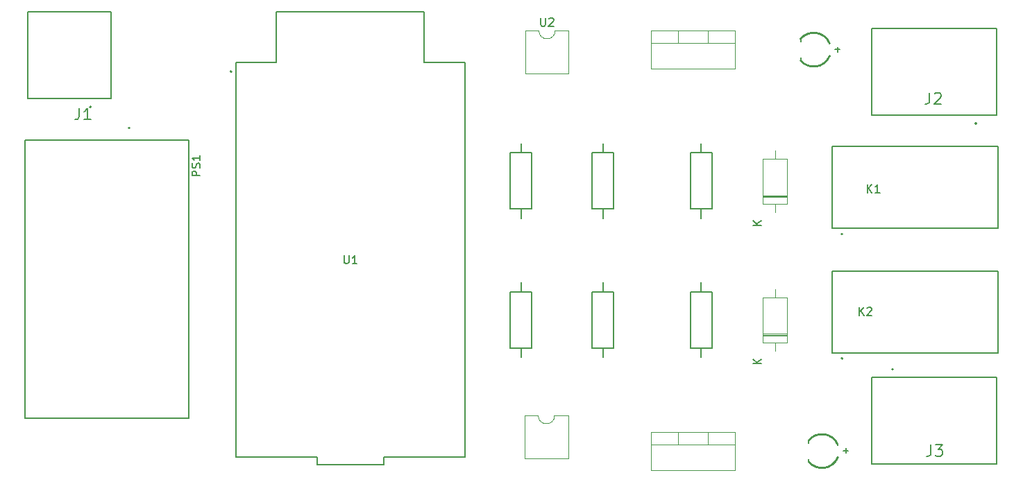
<source format=gbr>
%TF.GenerationSoftware,KiCad,Pcbnew,8.0.6-8.0.6-0~ubuntu22.04.1*%
%TF.CreationDate,2024-11-07T10:55:43+07:00*%
%TF.ProjectId,projectGATE,70726f6a-6563-4744-9741-54452e6b6963,rev?*%
%TF.SameCoordinates,Original*%
%TF.FileFunction,Legend,Top*%
%TF.FilePolarity,Positive*%
%FSLAX46Y46*%
G04 Gerber Fmt 4.6, Leading zero omitted, Abs format (unit mm)*
G04 Created by KiCad (PCBNEW 8.0.6-8.0.6-0~ubuntu22.04.1) date 2024-11-07 10:55:43*
%MOMM*%
%LPD*%
G01*
G04 APERTURE LIST*
%ADD10C,0.150000*%
%ADD11C,0.120000*%
%ADD12C,0.127000*%
%ADD13C,0.200000*%
%ADD14C,0.220000*%
G04 APERTURE END LIST*
D10*
X180862319Y-124341904D02*
X179862319Y-124341904D01*
X180862319Y-123770476D02*
X180290890Y-124199047D01*
X179862319Y-123770476D02*
X180433747Y-124341904D01*
X97628333Y-93128866D02*
X97628333Y-94128866D01*
X97628333Y-94128866D02*
X97561666Y-94328866D01*
X97561666Y-94328866D02*
X97428333Y-94462200D01*
X97428333Y-94462200D02*
X97228333Y-94528866D01*
X97228333Y-94528866D02*
X97095000Y-94528866D01*
X99028333Y-94528866D02*
X98228333Y-94528866D01*
X98628333Y-94528866D02*
X98628333Y-93128866D01*
X98628333Y-93128866D02*
X98495000Y-93328866D01*
X98495000Y-93328866D02*
X98361667Y-93462200D01*
X98361667Y-93462200D02*
X98228333Y-93528866D01*
X193769405Y-103454819D02*
X193769405Y-102454819D01*
X194340833Y-103454819D02*
X193912262Y-102883390D01*
X194340833Y-102454819D02*
X193769405Y-103026247D01*
X195293214Y-103454819D02*
X194721786Y-103454819D01*
X195007500Y-103454819D02*
X195007500Y-102454819D01*
X195007500Y-102454819D02*
X194912262Y-102597676D01*
X194912262Y-102597676D02*
X194817024Y-102692914D01*
X194817024Y-102692914D02*
X194721786Y-102740533D01*
X189832738Y-85957533D02*
X190442262Y-85957533D01*
X190137500Y-86262295D02*
X190137500Y-85652771D01*
X153935595Y-82124819D02*
X153935595Y-82934342D01*
X153935595Y-82934342D02*
X153983214Y-83029580D01*
X153983214Y-83029580D02*
X154030833Y-83077200D01*
X154030833Y-83077200D02*
X154126071Y-83124819D01*
X154126071Y-83124819D02*
X154316547Y-83124819D01*
X154316547Y-83124819D02*
X154411785Y-83077200D01*
X154411785Y-83077200D02*
X154459404Y-83029580D01*
X154459404Y-83029580D02*
X154507023Y-82934342D01*
X154507023Y-82934342D02*
X154507023Y-82124819D01*
X154935595Y-82220057D02*
X154983214Y-82172438D01*
X154983214Y-82172438D02*
X155078452Y-82124819D01*
X155078452Y-82124819D02*
X155316547Y-82124819D01*
X155316547Y-82124819D02*
X155411785Y-82172438D01*
X155411785Y-82172438D02*
X155459404Y-82220057D01*
X155459404Y-82220057D02*
X155507023Y-82315295D01*
X155507023Y-82315295D02*
X155507023Y-82410533D01*
X155507023Y-82410533D02*
X155459404Y-82553390D01*
X155459404Y-82553390D02*
X154887976Y-83124819D01*
X154887976Y-83124819D02*
X155507023Y-83124819D01*
X129938095Y-111104819D02*
X129938095Y-111914342D01*
X129938095Y-111914342D02*
X129985714Y-112009580D01*
X129985714Y-112009580D02*
X130033333Y-112057200D01*
X130033333Y-112057200D02*
X130128571Y-112104819D01*
X130128571Y-112104819D02*
X130319047Y-112104819D01*
X130319047Y-112104819D02*
X130414285Y-112057200D01*
X130414285Y-112057200D02*
X130461904Y-112009580D01*
X130461904Y-112009580D02*
X130509523Y-111914342D01*
X130509523Y-111914342D02*
X130509523Y-111104819D01*
X131509523Y-112104819D02*
X130938095Y-112104819D01*
X131223809Y-112104819D02*
X131223809Y-111104819D01*
X131223809Y-111104819D02*
X131128571Y-111247676D01*
X131128571Y-111247676D02*
X131033333Y-111342914D01*
X131033333Y-111342914D02*
X130938095Y-111390533D01*
X180862319Y-107421904D02*
X179862319Y-107421904D01*
X180862319Y-106850476D02*
X180290890Y-107279047D01*
X179862319Y-106850476D02*
X180433747Y-107421904D01*
X190832738Y-134957533D02*
X191442262Y-134957533D01*
X191137500Y-135262295D02*
X191137500Y-134652771D01*
X112389819Y-101389285D02*
X111389819Y-101389285D01*
X111389819Y-101389285D02*
X111389819Y-101008333D01*
X111389819Y-101008333D02*
X111437438Y-100913095D01*
X111437438Y-100913095D02*
X111485057Y-100865476D01*
X111485057Y-100865476D02*
X111580295Y-100817857D01*
X111580295Y-100817857D02*
X111723152Y-100817857D01*
X111723152Y-100817857D02*
X111818390Y-100865476D01*
X111818390Y-100865476D02*
X111866009Y-100913095D01*
X111866009Y-100913095D02*
X111913628Y-101008333D01*
X111913628Y-101008333D02*
X111913628Y-101389285D01*
X112342200Y-100436904D02*
X112389819Y-100294047D01*
X112389819Y-100294047D02*
X112389819Y-100055952D01*
X112389819Y-100055952D02*
X112342200Y-99960714D01*
X112342200Y-99960714D02*
X112294580Y-99913095D01*
X112294580Y-99913095D02*
X112199342Y-99865476D01*
X112199342Y-99865476D02*
X112104104Y-99865476D01*
X112104104Y-99865476D02*
X112008866Y-99913095D01*
X112008866Y-99913095D02*
X111961247Y-99960714D01*
X111961247Y-99960714D02*
X111913628Y-100055952D01*
X111913628Y-100055952D02*
X111866009Y-100246428D01*
X111866009Y-100246428D02*
X111818390Y-100341666D01*
X111818390Y-100341666D02*
X111770771Y-100389285D01*
X111770771Y-100389285D02*
X111675533Y-100436904D01*
X111675533Y-100436904D02*
X111580295Y-100436904D01*
X111580295Y-100436904D02*
X111485057Y-100389285D01*
X111485057Y-100389285D02*
X111437438Y-100341666D01*
X111437438Y-100341666D02*
X111389819Y-100246428D01*
X111389819Y-100246428D02*
X111389819Y-100008333D01*
X111389819Y-100008333D02*
X111437438Y-99865476D01*
X112389819Y-98913095D02*
X112389819Y-99484523D01*
X112389819Y-99198809D02*
X111389819Y-99198809D01*
X111389819Y-99198809D02*
X111532676Y-99294047D01*
X111532676Y-99294047D02*
X111627914Y-99389285D01*
X111627914Y-99389285D02*
X111675533Y-99484523D01*
X201533333Y-134239866D02*
X201533333Y-135239866D01*
X201533333Y-135239866D02*
X201466666Y-135439866D01*
X201466666Y-135439866D02*
X201333333Y-135573200D01*
X201333333Y-135573200D02*
X201133333Y-135639866D01*
X201133333Y-135639866D02*
X201000000Y-135639866D01*
X202066667Y-134239866D02*
X202933333Y-134239866D01*
X202933333Y-134239866D02*
X202466667Y-134773200D01*
X202466667Y-134773200D02*
X202666667Y-134773200D01*
X202666667Y-134773200D02*
X202800000Y-134839866D01*
X202800000Y-134839866D02*
X202866667Y-134906533D01*
X202866667Y-134906533D02*
X202933333Y-135039866D01*
X202933333Y-135039866D02*
X202933333Y-135373200D01*
X202933333Y-135373200D02*
X202866667Y-135506533D01*
X202866667Y-135506533D02*
X202800000Y-135573200D01*
X202800000Y-135573200D02*
X202666667Y-135639866D01*
X202666667Y-135639866D02*
X202266667Y-135639866D01*
X202266667Y-135639866D02*
X202133333Y-135573200D01*
X202133333Y-135573200D02*
X202066667Y-135506533D01*
X192769405Y-118454819D02*
X192769405Y-117454819D01*
X193340833Y-118454819D02*
X192912262Y-117883390D01*
X193340833Y-117454819D02*
X192769405Y-118026247D01*
X193721786Y-117550057D02*
X193769405Y-117502438D01*
X193769405Y-117502438D02*
X193864643Y-117454819D01*
X193864643Y-117454819D02*
X194102738Y-117454819D01*
X194102738Y-117454819D02*
X194197976Y-117502438D01*
X194197976Y-117502438D02*
X194245595Y-117550057D01*
X194245595Y-117550057D02*
X194293214Y-117645295D01*
X194293214Y-117645295D02*
X194293214Y-117740533D01*
X194293214Y-117740533D02*
X194245595Y-117883390D01*
X194245595Y-117883390D02*
X193674167Y-118454819D01*
X193674167Y-118454819D02*
X194293214Y-118454819D01*
X201373333Y-91239866D02*
X201373333Y-92239866D01*
X201373333Y-92239866D02*
X201306666Y-92439866D01*
X201306666Y-92439866D02*
X201173333Y-92573200D01*
X201173333Y-92573200D02*
X200973333Y-92639866D01*
X200973333Y-92639866D02*
X200840000Y-92639866D01*
X201973333Y-91373200D02*
X202040000Y-91306533D01*
X202040000Y-91306533D02*
X202173333Y-91239866D01*
X202173333Y-91239866D02*
X202506667Y-91239866D01*
X202506667Y-91239866D02*
X202640000Y-91306533D01*
X202640000Y-91306533D02*
X202706667Y-91373200D01*
X202706667Y-91373200D02*
X202773333Y-91506533D01*
X202773333Y-91506533D02*
X202773333Y-91639866D01*
X202773333Y-91639866D02*
X202706667Y-91839866D01*
X202706667Y-91839866D02*
X201906667Y-92639866D01*
X201906667Y-92639866D02*
X202773333Y-92639866D01*
D11*
%TO.C,D4*%
X181037500Y-116280000D02*
X181037500Y-121720000D01*
X181037500Y-120700000D02*
X183977500Y-120700000D01*
X181037500Y-120820000D02*
X183977500Y-120820000D01*
X181037500Y-120940000D02*
X183977500Y-120940000D01*
X181037500Y-121720000D02*
X183977500Y-121720000D01*
X182507500Y-115260000D02*
X182507500Y-116280000D01*
X182507500Y-122740000D02*
X182507500Y-121720000D01*
X183977500Y-116280000D02*
X181037500Y-116280000D01*
X183977500Y-121720000D02*
X183977500Y-116280000D01*
D12*
%TO.C,J1*%
X91380000Y-81400000D02*
X101540000Y-81400000D01*
X91380000Y-92000000D02*
X91380000Y-81400000D01*
X101540000Y-81400000D02*
X101540000Y-92000000D01*
X101540000Y-92000000D02*
X91380000Y-92000000D01*
D13*
X99100000Y-93000000D02*
G75*
G02*
X98900000Y-93000000I-100000J0D01*
G01*
X98900000Y-93000000D02*
G75*
G02*
X99100000Y-93000000I100000J0D01*
G01*
D12*
%TO.C,R8*%
X150207500Y-98600000D02*
X150207500Y-105400000D01*
X150207500Y-105400000D02*
X151507500Y-105400000D01*
X151507500Y-97420000D02*
X151507500Y-98600000D01*
X151507500Y-98600000D02*
X150207500Y-98600000D01*
X151507500Y-105400000D02*
X152807500Y-105400000D01*
X151507500Y-106580000D02*
X151507500Y-105400000D01*
X152807500Y-98600000D02*
X151507500Y-98600000D01*
X152807500Y-105400000D02*
X152807500Y-98600000D01*
%TO.C,K1*%
X189487500Y-97810000D02*
X209727500Y-97810000D01*
X189487500Y-107810000D02*
X189487500Y-97810000D01*
X209727500Y-97810000D02*
X209727500Y-107810000D01*
X209727500Y-107810000D02*
X189487500Y-107810000D01*
D13*
X190787500Y-108510000D02*
G75*
G02*
X190587500Y-108510000I-100000J0D01*
G01*
X190587500Y-108510000D02*
G75*
G02*
X190787500Y-108510000I100000J0D01*
G01*
%TO.C,D1*%
X185637500Y-85000000D02*
X185637500Y-84680000D01*
X185637500Y-87000000D02*
X185637500Y-87320000D01*
D14*
X185637499Y-84680000D02*
G75*
G02*
X189167500Y-85230000I1599290J-1338561D01*
G01*
X189167500Y-86770000D02*
G75*
G02*
X185637499Y-87320000I-1930711J788561D01*
G01*
D11*
%TO.C,U2*%
X152047500Y-83670000D02*
X152047500Y-88870000D01*
X152047500Y-88870000D02*
X157347500Y-88870000D01*
X153697500Y-83670000D02*
X152047500Y-83670000D01*
X157347500Y-83670000D02*
X155697500Y-83670000D01*
X157347500Y-88870000D02*
X157347500Y-83670000D01*
X155697500Y-83670000D02*
G75*
G02*
X153697500Y-83670000I-1000000J0D01*
G01*
D12*
%TO.C,R11*%
X160207500Y-115600000D02*
X160207500Y-122400000D01*
X160207500Y-122400000D02*
X161507500Y-122400000D01*
X161507500Y-114420000D02*
X161507500Y-115600000D01*
X161507500Y-115600000D02*
X160207500Y-115600000D01*
X161507500Y-122400000D02*
X162807500Y-122400000D01*
X161507500Y-123580000D02*
X161507500Y-122400000D01*
X162807500Y-115600000D02*
X161507500Y-115600000D01*
X162807500Y-122400000D02*
X162807500Y-115600000D01*
%TO.C,U1*%
X116750000Y-87550000D02*
X116750000Y-135750000D01*
X116750000Y-135750000D02*
X126630000Y-135750000D01*
X121700000Y-81350000D02*
X139700000Y-81350000D01*
X121700000Y-87550000D02*
X116750000Y-87550000D01*
X121700000Y-87550000D02*
X121700000Y-81350000D01*
X126630000Y-135750000D02*
X126630000Y-136650000D01*
X126630000Y-136650000D02*
X134760000Y-136650000D01*
X134760000Y-135750000D02*
X144650000Y-135750000D01*
X134760000Y-136650000D02*
X134760000Y-135750000D01*
X139700000Y-81350000D02*
X139700000Y-87550000D01*
X144650000Y-87550000D02*
X139700000Y-87550000D01*
X144650000Y-135750000D02*
X144650000Y-87550000D01*
D13*
X116230000Y-88680000D02*
G75*
G02*
X116030000Y-88680000I-100000J0D01*
G01*
X116030000Y-88680000D02*
G75*
G02*
X116230000Y-88680000I100000J0D01*
G01*
D12*
%TO.C,R10*%
X172207500Y-98600000D02*
X172207500Y-105400000D01*
X172207500Y-105400000D02*
X173507500Y-105400000D01*
X173507500Y-97420000D02*
X173507500Y-98600000D01*
X173507500Y-98600000D02*
X172207500Y-98600000D01*
X173507500Y-105400000D02*
X174807500Y-105400000D01*
X173507500Y-106580000D02*
X173507500Y-105400000D01*
X174807500Y-98600000D02*
X173507500Y-98600000D01*
X174807500Y-105400000D02*
X174807500Y-98600000D01*
D11*
%TO.C,Q3*%
X167387500Y-83675000D02*
X167387500Y-88316000D01*
X167387500Y-83675000D02*
X177627500Y-83675000D01*
X167387500Y-85185000D02*
X177627500Y-85185000D01*
X167387500Y-88316000D02*
X177627500Y-88316000D01*
X170657500Y-83675000D02*
X170657500Y-85185000D01*
X174358500Y-83675000D02*
X174358500Y-85185000D01*
X177627500Y-83675000D02*
X177627500Y-88316000D01*
%TO.C,D3*%
X181037500Y-99360000D02*
X181037500Y-104800000D01*
X181037500Y-103780000D02*
X183977500Y-103780000D01*
X181037500Y-103900000D02*
X183977500Y-103900000D01*
X181037500Y-104020000D02*
X183977500Y-104020000D01*
X181037500Y-104800000D02*
X183977500Y-104800000D01*
X182507500Y-98340000D02*
X182507500Y-99360000D01*
X182507500Y-105820000D02*
X182507500Y-104800000D01*
X183977500Y-99360000D02*
X181037500Y-99360000D01*
X183977500Y-104800000D02*
X183977500Y-99360000D01*
D13*
%TO.C,D2*%
X186637500Y-134000000D02*
X186637500Y-133680000D01*
X186637500Y-136000000D02*
X186637500Y-136320000D01*
D14*
X186637499Y-133680000D02*
G75*
G02*
X190167500Y-134230000I1599290J-1338561D01*
G01*
X190167500Y-135770000D02*
G75*
G02*
X186637499Y-136320000I-1930711J788561D01*
G01*
D12*
%TO.C,PS1*%
X91000000Y-97000000D02*
X91000000Y-131000000D01*
X91000000Y-131000000D02*
X111000000Y-131000000D01*
X111000000Y-97000000D02*
X91000000Y-97000000D01*
X111000000Y-131000000D02*
X111000000Y-97000000D01*
D13*
X103800000Y-95549800D02*
G75*
G02*
X103600000Y-95549800I-100000J0D01*
G01*
X103600000Y-95549800D02*
G75*
G02*
X103800000Y-95549800I100000J0D01*
G01*
D11*
%TO.C,Q2*%
X167387500Y-132675000D02*
X167387500Y-137316000D01*
X167387500Y-132675000D02*
X177627500Y-132675000D01*
X167387500Y-134185000D02*
X177627500Y-134185000D01*
X167387500Y-137316000D02*
X177627500Y-137316000D01*
X170657500Y-132675000D02*
X170657500Y-134185000D01*
X174358500Y-132675000D02*
X174358500Y-134185000D01*
X177627500Y-132675000D02*
X177627500Y-137316000D01*
D12*
%TO.C,R7*%
X150207500Y-115600000D02*
X150207500Y-122400000D01*
X150207500Y-122400000D02*
X151507500Y-122400000D01*
X151507500Y-114420000D02*
X151507500Y-115600000D01*
X151507500Y-115600000D02*
X150207500Y-115600000D01*
X151507500Y-122400000D02*
X152807500Y-122400000D01*
X151507500Y-123580000D02*
X151507500Y-122400000D01*
X152807500Y-115600000D02*
X151507500Y-115600000D01*
X152807500Y-122400000D02*
X152807500Y-115600000D01*
D11*
%TO.C,U3*%
X151967500Y-130670000D02*
X151967500Y-135870000D01*
X151967500Y-135870000D02*
X157267500Y-135870000D01*
X153617500Y-130670000D02*
X151967500Y-130670000D01*
X157267500Y-130670000D02*
X155617500Y-130670000D01*
X157267500Y-135870000D02*
X157267500Y-130670000D01*
X155617500Y-130670000D02*
G75*
G02*
X153617500Y-130670000I-1000000J0D01*
G01*
D12*
%TO.C,J3*%
X194300000Y-126000000D02*
X209540000Y-126000000D01*
X194300000Y-136600000D02*
X194300000Y-126000000D01*
X209540000Y-126000000D02*
X209540000Y-136600000D01*
X209540000Y-136600000D02*
X194300000Y-136600000D01*
D13*
X196940000Y-125000000D02*
G75*
G02*
X196740000Y-125000000I-100000J0D01*
G01*
X196740000Y-125000000D02*
G75*
G02*
X196940000Y-125000000I100000J0D01*
G01*
D12*
%TO.C,R12*%
X172207500Y-115600000D02*
X172207500Y-122400000D01*
X172207500Y-122400000D02*
X173507500Y-122400000D01*
X173507500Y-114420000D02*
X173507500Y-115600000D01*
X173507500Y-115600000D02*
X172207500Y-115600000D01*
X173507500Y-122400000D02*
X174807500Y-122400000D01*
X173507500Y-123580000D02*
X173507500Y-122400000D01*
X174807500Y-115600000D02*
X173507500Y-115600000D01*
X174807500Y-122400000D02*
X174807500Y-115600000D01*
%TO.C,K2*%
X189487500Y-113000000D02*
X209727500Y-113000000D01*
X189487500Y-123000000D02*
X189487500Y-113000000D01*
X209727500Y-113000000D02*
X209727500Y-123000000D01*
X209727500Y-123000000D02*
X189487500Y-123000000D01*
D13*
X190787500Y-123700000D02*
G75*
G02*
X190587500Y-123700000I-100000J0D01*
G01*
X190587500Y-123700000D02*
G75*
G02*
X190787500Y-123700000I100000J0D01*
G01*
D12*
%TO.C,J2*%
X194300000Y-83400000D02*
X209540000Y-83400000D01*
X194300000Y-94000000D02*
X194300000Y-83400000D01*
X209540000Y-83400000D02*
X209540000Y-94000000D01*
X209540000Y-94000000D02*
X194300000Y-94000000D01*
D13*
X207100000Y-95000000D02*
G75*
G02*
X206900000Y-95000000I-100000J0D01*
G01*
X206900000Y-95000000D02*
G75*
G02*
X207100000Y-95000000I100000J0D01*
G01*
D12*
%TO.C,R9*%
X160207500Y-98600000D02*
X160207500Y-105400000D01*
X160207500Y-105400000D02*
X161507500Y-105400000D01*
X161507500Y-97420000D02*
X161507500Y-98600000D01*
X161507500Y-98600000D02*
X160207500Y-98600000D01*
X161507500Y-105400000D02*
X162807500Y-105400000D01*
X161507500Y-106580000D02*
X161507500Y-105400000D01*
X162807500Y-98600000D02*
X161507500Y-98600000D01*
X162807500Y-105400000D02*
X162807500Y-98600000D01*
%TD*%
M02*

</source>
